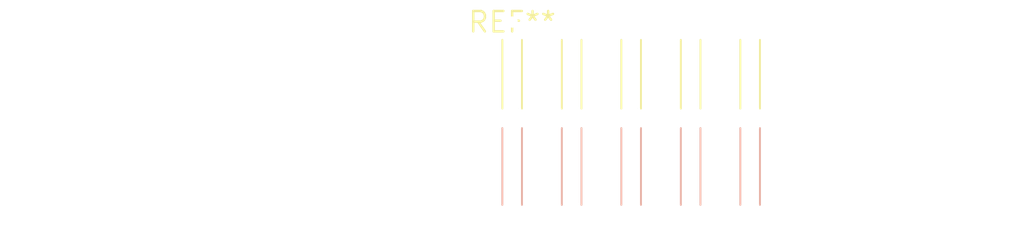
<source format=kicad_pcb>
(kicad_pcb (version 20240108) (generator pcbnew)
  (layers (0 "F.Cu" signal) (31 "B.Cu" signal) (34 "B.Paste" user) (35 "F.Paste" user) (36 "B.SilkS" user "B.Silkscreen") (37 "F.SilkS" user "F.Silkscreen") (38 "B.Mask" user) (39 "F.Mask" user) (44 "Edge.Cuts" user))
  (net 0 "")
  (footprint "SolderWire-0.127sqmm_1x05_P3.7mm_D0.48mm_OD1mm_Relief2x" (layer "F.Cu") (at 0 0)
    (property "Reference" "REF**")
    (property "Value" "SolderWire-0.127sqmm_1x05_P3.7mm_D0.48mm_OD1mm_Relief2x")
    (fp_line (start -0.61 6.61) (end -0.61 11.39) (layer "B.SilkS") (stroke (width 0.12)))
    (fp_line (start 0.61 6.61) (end 0.61 11.39) (layer "B.SilkS") (stroke (width 0.12)))
    (fp_line (start 3.09 6.61) (end 3.09 11.39) (layer "B.SilkS") (stroke (width 0.12)))
    (fp_line (start 4.31 6.61) (end 4.31 11.39) (layer "B.SilkS") (stroke (width 0.12)))
    (fp_line (start 6.79 6.61) (end 6.79 11.39) (layer "B.SilkS") (stroke (width 0.12)))
    (fp_line (start 8.01 6.61) (end 8.01 11.39) (layer "B.SilkS") (stroke (width 0.12)))
    (fp_line (start 10.49 6.61) (end 10.49 11.39) (layer "B.SilkS") (stroke (width 0.12)))
    (fp_line (start 11.71 6.61) (end 11.71 11.39) (layer "B.SilkS") (stroke (width 0.12)))
    (fp_line (start 14.19 6.61) (end 14.19 11.39) (layer "B.SilkS") (stroke (width 0.12)))
    (fp_line (start 15.41 6.61) (end 15.41 11.39) (layer "B.SilkS") (stroke (width 0.12)))
    (fp_line (start -0.61 1.11) (end -0.61 5.39) (layer "F.SilkS") (stroke (width 0.12)))
    (fp_line (start 0.61 1.11) (end 0.61 5.39) (layer "F.SilkS") (stroke (width 0.12)))
    (fp_line (start 3.09 1.11) (end 3.09 5.39) (layer "F.SilkS") (stroke (width 0.12)))
    (fp_line (start 4.31 1.11) (end 4.31 5.39) (layer "F.SilkS") (stroke (width 0.12)))
    (fp_line (start 6.79 1.11) (end 6.79 5.39) (layer "F.SilkS") (stroke (width 0.12)))
    (fp_line (start 8.01 1.11) (end 8.01 5.39) (layer "F.SilkS") (stroke (width 0.12)))
    (fp_line (start 10.49 1.11) (end 10.49 5.39) (layer "F.SilkS") (stroke (width 0.12)))
    (fp_line (start 11.71 1.11) (end 11.71 5.39) (layer "F.SilkS") (stroke (width 0.12)))
    (fp_line (start 14.19 1.11) (end 14.19 5.39) (layer "F.SilkS") (stroke (width 0.12)))
    (fp_line (start 15.41 1.11) (end 15.41 5.39) (layer "F.SilkS") (stroke (width 0.12)))
    (pad "" np_thru_hole circle (at 0 6) (size 1.5 1.5) (drill 1.5) (layers *.Cu *.Mask))
    (pad "" np_thru_hole circle (at 0 12) (size 1.5 1.5) (drill 1.5) (layers *.Cu *.Mask))
    (pad "" np_thru_hole circle (at 3.7 6) (size 1.5 1.5) (drill 1.5) (layers *.Cu *.Mask))
    (pad "" np_thru_hole circle (at 3.7 12) (size 1.5 1.5) (drill 1.5) (layers *.Cu *.Mask))
    (pad "" np_thru_hole circle (at 7.4 6) (size 1.5 1.5) (drill 1.5) (layers *.Cu *.Mask))
    (pad "" np_thru_hole circle (at 7.4 12) (size 1.5 1.5) (drill 1.5) (layers *.Cu *.Mask))
    (pad "" np_thru_hole circle (at 11.1 6) (size 1.5 1.5) (drill 1.5) (layers *.Cu *.Mask))
    (pad "" np_thru_hole circle (at 11.1 12) (size 1.5 1.5) (drill 1.5) (layers *.Cu *.Mask))
    (pad "" np_thru_hole circle (at 14.8 6) (size 1.5 1.5) (drill 1.5) (layers *.Cu *.Mask))
    (pad "" np_thru_hole circle (at 14.8 12) (size 1.5 1.5) (drill 1.5) (layers *.Cu *.Mask))
    (pad "1" thru_hole roundrect (at 0 0) (size 1.7 1.7) (drill 0.7) (layers *.Cu *.Mask) (remove_unused_layers) (roundrect_rratio 0.147059))
    (pad "2" thru_hole circle (at 3.7 0) (size 1.7 1.7) (drill 0.7) (layers *.Cu *.Mask) (remove_unused_layers))
    (pad "3" thru_hole circle (at 7.4 0) (size 1.7 1.7) (drill 0.7) (layers *.Cu *.Mask) (remove_unused_layers))
    (pad "4" thru_hole circle (at 11.1 0) (size 1.7 1.7) (drill 0.7) (layers *.Cu *.Mask) (remove_unused_layers))
    (pad "5" thru_hole circle (at 14.8 0) (size 1.7 1.7) (drill 0.7) (layers *.Cu *.Mask) (remove_unused_layers))
  )
)
</source>
